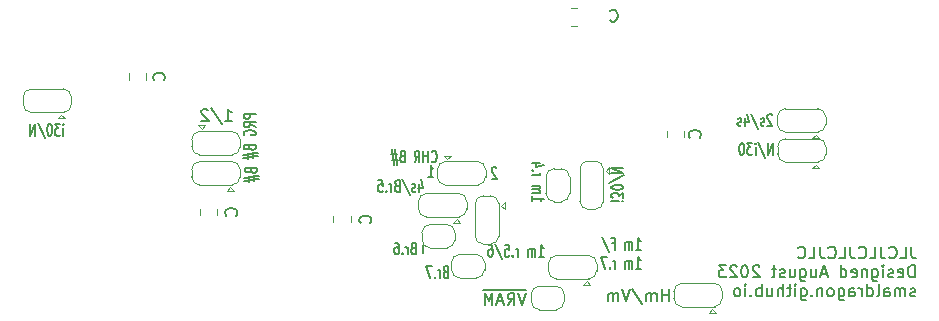
<source format=gbr>
%TF.GenerationSoftware,KiCad,Pcbnew,7.0.7*%
%TF.CreationDate,2023-09-07T16:09:01+01:00*%
%TF.ProjectId,FamiFlex,46616d69-466c-4657-982e-6b696361645f,rev?*%
%TF.SameCoordinates,Original*%
%TF.FileFunction,Legend,Bot*%
%TF.FilePolarity,Positive*%
%FSLAX46Y46*%
G04 Gerber Fmt 4.6, Leading zero omitted, Abs format (unit mm)*
G04 Created by KiCad (PCBNEW 7.0.7) date 2023-09-07 16:09:01*
%MOMM*%
%LPD*%
G01*
G04 APERTURE LIST*
%ADD10C,0.150000*%
%ADD11C,0.175000*%
%ADD12C,0.120000*%
G04 APERTURE END LIST*
D10*
X71850000Y-78373700D02*
X71850000Y-79026300D01*
D11*
X72573227Y-71278305D02*
X72606560Y-71325925D01*
X72606560Y-71325925D02*
X72706560Y-71373544D01*
X72706560Y-71373544D02*
X72773227Y-71373544D01*
X72773227Y-71373544D02*
X72873227Y-71325925D01*
X72873227Y-71325925D02*
X72939894Y-71230686D01*
X72939894Y-71230686D02*
X72973227Y-71135448D01*
X72973227Y-71135448D02*
X73006560Y-70944972D01*
X73006560Y-70944972D02*
X73006560Y-70802115D01*
X73006560Y-70802115D02*
X72973227Y-70611639D01*
X72973227Y-70611639D02*
X72939894Y-70516401D01*
X72939894Y-70516401D02*
X72873227Y-70421163D01*
X72873227Y-70421163D02*
X72773227Y-70373544D01*
X72773227Y-70373544D02*
X72706560Y-70373544D01*
X72706560Y-70373544D02*
X72606560Y-70421163D01*
X72606560Y-70421163D02*
X72573227Y-70468782D01*
X72273227Y-71373544D02*
X72273227Y-70373544D01*
X72273227Y-70849734D02*
X71873227Y-70849734D01*
X71873227Y-71373544D02*
X71873227Y-70373544D01*
X71139894Y-71373544D02*
X71373227Y-70897353D01*
X71539894Y-71373544D02*
X71539894Y-70373544D01*
X71539894Y-70373544D02*
X71273227Y-70373544D01*
X71273227Y-70373544D02*
X71206561Y-70421163D01*
X71206561Y-70421163D02*
X71173227Y-70468782D01*
X71173227Y-70468782D02*
X71139894Y-70564020D01*
X71139894Y-70564020D02*
X71139894Y-70706877D01*
X71139894Y-70706877D02*
X71173227Y-70802115D01*
X71173227Y-70802115D02*
X71206561Y-70849734D01*
X71206561Y-70849734D02*
X71273227Y-70897353D01*
X71273227Y-70897353D02*
X71539894Y-70897353D01*
X70073228Y-70849734D02*
X69973228Y-70897353D01*
X69973228Y-70897353D02*
X69939894Y-70944972D01*
X69939894Y-70944972D02*
X69906561Y-71040210D01*
X69906561Y-71040210D02*
X69906561Y-71183067D01*
X69906561Y-71183067D02*
X69939894Y-71278305D01*
X69939894Y-71278305D02*
X69973228Y-71325925D01*
X69973228Y-71325925D02*
X70039894Y-71373544D01*
X70039894Y-71373544D02*
X70306561Y-71373544D01*
X70306561Y-71373544D02*
X70306561Y-70373544D01*
X70306561Y-70373544D02*
X70073228Y-70373544D01*
X70073228Y-70373544D02*
X70006561Y-70421163D01*
X70006561Y-70421163D02*
X69973228Y-70468782D01*
X69973228Y-70468782D02*
X69939894Y-70564020D01*
X69939894Y-70564020D02*
X69939894Y-70659258D01*
X69939894Y-70659258D02*
X69973228Y-70754496D01*
X69973228Y-70754496D02*
X70006561Y-70802115D01*
X70006561Y-70802115D02*
X70073228Y-70849734D01*
X70073228Y-70849734D02*
X70306561Y-70849734D01*
X69639894Y-70706877D02*
X69139894Y-70706877D01*
X69439894Y-70278305D02*
X69639894Y-71564020D01*
X69206561Y-71135448D02*
X69706561Y-71135448D01*
X69406561Y-71564020D02*
X69206561Y-70278305D01*
D10*
X113169506Y-78509819D02*
X113169506Y-79224104D01*
X113169506Y-79224104D02*
X113217125Y-79366961D01*
X113217125Y-79366961D02*
X113312363Y-79462200D01*
X113312363Y-79462200D02*
X113455220Y-79509819D01*
X113455220Y-79509819D02*
X113550458Y-79509819D01*
X112217125Y-79509819D02*
X112693315Y-79509819D01*
X112693315Y-79509819D02*
X112693315Y-78509819D01*
X111312363Y-79414580D02*
X111359982Y-79462200D01*
X111359982Y-79462200D02*
X111502839Y-79509819D01*
X111502839Y-79509819D02*
X111598077Y-79509819D01*
X111598077Y-79509819D02*
X111740934Y-79462200D01*
X111740934Y-79462200D02*
X111836172Y-79366961D01*
X111836172Y-79366961D02*
X111883791Y-79271723D01*
X111883791Y-79271723D02*
X111931410Y-79081247D01*
X111931410Y-79081247D02*
X111931410Y-78938390D01*
X111931410Y-78938390D02*
X111883791Y-78747914D01*
X111883791Y-78747914D02*
X111836172Y-78652676D01*
X111836172Y-78652676D02*
X111740934Y-78557438D01*
X111740934Y-78557438D02*
X111598077Y-78509819D01*
X111598077Y-78509819D02*
X111502839Y-78509819D01*
X111502839Y-78509819D02*
X111359982Y-78557438D01*
X111359982Y-78557438D02*
X111312363Y-78605057D01*
X110598077Y-78509819D02*
X110598077Y-79224104D01*
X110598077Y-79224104D02*
X110645696Y-79366961D01*
X110645696Y-79366961D02*
X110740934Y-79462200D01*
X110740934Y-79462200D02*
X110883791Y-79509819D01*
X110883791Y-79509819D02*
X110979029Y-79509819D01*
X109645696Y-79509819D02*
X110121886Y-79509819D01*
X110121886Y-79509819D02*
X110121886Y-78509819D01*
X108740934Y-79414580D02*
X108788553Y-79462200D01*
X108788553Y-79462200D02*
X108931410Y-79509819D01*
X108931410Y-79509819D02*
X109026648Y-79509819D01*
X109026648Y-79509819D02*
X109169505Y-79462200D01*
X109169505Y-79462200D02*
X109264743Y-79366961D01*
X109264743Y-79366961D02*
X109312362Y-79271723D01*
X109312362Y-79271723D02*
X109359981Y-79081247D01*
X109359981Y-79081247D02*
X109359981Y-78938390D01*
X109359981Y-78938390D02*
X109312362Y-78747914D01*
X109312362Y-78747914D02*
X109264743Y-78652676D01*
X109264743Y-78652676D02*
X109169505Y-78557438D01*
X109169505Y-78557438D02*
X109026648Y-78509819D01*
X109026648Y-78509819D02*
X108931410Y-78509819D01*
X108931410Y-78509819D02*
X108788553Y-78557438D01*
X108788553Y-78557438D02*
X108740934Y-78605057D01*
X108026648Y-78509819D02*
X108026648Y-79224104D01*
X108026648Y-79224104D02*
X108074267Y-79366961D01*
X108074267Y-79366961D02*
X108169505Y-79462200D01*
X108169505Y-79462200D02*
X108312362Y-79509819D01*
X108312362Y-79509819D02*
X108407600Y-79509819D01*
X107074267Y-79509819D02*
X107550457Y-79509819D01*
X107550457Y-79509819D02*
X107550457Y-78509819D01*
X106169505Y-79414580D02*
X106217124Y-79462200D01*
X106217124Y-79462200D02*
X106359981Y-79509819D01*
X106359981Y-79509819D02*
X106455219Y-79509819D01*
X106455219Y-79509819D02*
X106598076Y-79462200D01*
X106598076Y-79462200D02*
X106693314Y-79366961D01*
X106693314Y-79366961D02*
X106740933Y-79271723D01*
X106740933Y-79271723D02*
X106788552Y-79081247D01*
X106788552Y-79081247D02*
X106788552Y-78938390D01*
X106788552Y-78938390D02*
X106740933Y-78747914D01*
X106740933Y-78747914D02*
X106693314Y-78652676D01*
X106693314Y-78652676D02*
X106598076Y-78557438D01*
X106598076Y-78557438D02*
X106455219Y-78509819D01*
X106455219Y-78509819D02*
X106359981Y-78509819D01*
X106359981Y-78509819D02*
X106217124Y-78557438D01*
X106217124Y-78557438D02*
X106169505Y-78605057D01*
X105455219Y-78509819D02*
X105455219Y-79224104D01*
X105455219Y-79224104D02*
X105502838Y-79366961D01*
X105502838Y-79366961D02*
X105598076Y-79462200D01*
X105598076Y-79462200D02*
X105740933Y-79509819D01*
X105740933Y-79509819D02*
X105836171Y-79509819D01*
X104502838Y-79509819D02*
X104979028Y-79509819D01*
X104979028Y-79509819D02*
X104979028Y-78509819D01*
X103598076Y-79414580D02*
X103645695Y-79462200D01*
X103645695Y-79462200D02*
X103788552Y-79509819D01*
X103788552Y-79509819D02*
X103883790Y-79509819D01*
X103883790Y-79509819D02*
X104026647Y-79462200D01*
X104026647Y-79462200D02*
X104121885Y-79366961D01*
X104121885Y-79366961D02*
X104169504Y-79271723D01*
X104169504Y-79271723D02*
X104217123Y-79081247D01*
X104217123Y-79081247D02*
X104217123Y-78938390D01*
X104217123Y-78938390D02*
X104169504Y-78747914D01*
X104169504Y-78747914D02*
X104121885Y-78652676D01*
X104121885Y-78652676D02*
X104026647Y-78557438D01*
X104026647Y-78557438D02*
X103883790Y-78509819D01*
X103883790Y-78509819D02*
X103788552Y-78509819D01*
X103788552Y-78509819D02*
X103645695Y-78557438D01*
X103645695Y-78557438D02*
X103598076Y-78605057D01*
X92663220Y-83119819D02*
X92663220Y-82119819D01*
X92663220Y-82596009D02*
X92091792Y-82596009D01*
X92091792Y-83119819D02*
X92091792Y-82119819D01*
X91615601Y-83119819D02*
X91615601Y-82453152D01*
X91615601Y-82548390D02*
X91567982Y-82500771D01*
X91567982Y-82500771D02*
X91472744Y-82453152D01*
X91472744Y-82453152D02*
X91329887Y-82453152D01*
X91329887Y-82453152D02*
X91234649Y-82500771D01*
X91234649Y-82500771D02*
X91187030Y-82596009D01*
X91187030Y-82596009D02*
X91187030Y-83119819D01*
X91187030Y-82596009D02*
X91139411Y-82500771D01*
X91139411Y-82500771D02*
X91044173Y-82453152D01*
X91044173Y-82453152D02*
X90901316Y-82453152D01*
X90901316Y-82453152D02*
X90806077Y-82500771D01*
X90806077Y-82500771D02*
X90758458Y-82596009D01*
X90758458Y-82596009D02*
X90758458Y-83119819D01*
X89567983Y-82072200D02*
X90425125Y-83357914D01*
X89377506Y-82119819D02*
X89044173Y-83119819D01*
X89044173Y-83119819D02*
X88710840Y-82119819D01*
X88377506Y-83119819D02*
X88377506Y-82453152D01*
X88377506Y-82548390D02*
X88329887Y-82500771D01*
X88329887Y-82500771D02*
X88234649Y-82453152D01*
X88234649Y-82453152D02*
X88091792Y-82453152D01*
X88091792Y-82453152D02*
X87996554Y-82500771D01*
X87996554Y-82500771D02*
X87948935Y-82596009D01*
X87948935Y-82596009D02*
X87948935Y-83119819D01*
X87948935Y-82596009D02*
X87901316Y-82500771D01*
X87901316Y-82500771D02*
X87806078Y-82453152D01*
X87806078Y-82453152D02*
X87663221Y-82453152D01*
X87663221Y-82453152D02*
X87567982Y-82500771D01*
X87567982Y-82500771D02*
X87520363Y-82596009D01*
X87520363Y-82596009D02*
X87520363Y-83119819D01*
X101469999Y-70734819D02*
X101469999Y-69734819D01*
X101469999Y-69734819D02*
X101069999Y-70734819D01*
X101069999Y-70734819D02*
X101069999Y-69734819D01*
X100236666Y-69687200D02*
X100836666Y-70972914D01*
X100003333Y-70734819D02*
X100003333Y-70068152D01*
X100003333Y-69734819D02*
X100036666Y-69782438D01*
X100036666Y-69782438D02*
X100003333Y-69830057D01*
X100003333Y-69830057D02*
X99970000Y-69782438D01*
X99970000Y-69782438D02*
X100003333Y-69734819D01*
X100003333Y-69734819D02*
X100003333Y-69830057D01*
X99736667Y-69734819D02*
X99303333Y-69734819D01*
X99303333Y-69734819D02*
X99536667Y-70115771D01*
X99536667Y-70115771D02*
X99436667Y-70115771D01*
X99436667Y-70115771D02*
X99370000Y-70163390D01*
X99370000Y-70163390D02*
X99336667Y-70211009D01*
X99336667Y-70211009D02*
X99303333Y-70306247D01*
X99303333Y-70306247D02*
X99303333Y-70544342D01*
X99303333Y-70544342D02*
X99336667Y-70639580D01*
X99336667Y-70639580D02*
X99370000Y-70687200D01*
X99370000Y-70687200D02*
X99436667Y-70734819D01*
X99436667Y-70734819D02*
X99636667Y-70734819D01*
X99636667Y-70734819D02*
X99703333Y-70687200D01*
X99703333Y-70687200D02*
X99736667Y-70639580D01*
X98870000Y-69734819D02*
X98803333Y-69734819D01*
X98803333Y-69734819D02*
X98736666Y-69782438D01*
X98736666Y-69782438D02*
X98703333Y-69830057D01*
X98703333Y-69830057D02*
X98670000Y-69925295D01*
X98670000Y-69925295D02*
X98636666Y-70115771D01*
X98636666Y-70115771D02*
X98636666Y-70353866D01*
X98636666Y-70353866D02*
X98670000Y-70544342D01*
X98670000Y-70544342D02*
X98703333Y-70639580D01*
X98703333Y-70639580D02*
X98736666Y-70687200D01*
X98736666Y-70687200D02*
X98803333Y-70734819D01*
X98803333Y-70734819D02*
X98870000Y-70734819D01*
X98870000Y-70734819D02*
X98936666Y-70687200D01*
X98936666Y-70687200D02*
X98970000Y-70639580D01*
X98970000Y-70639580D02*
X99003333Y-70544342D01*
X99003333Y-70544342D02*
X99036666Y-70353866D01*
X99036666Y-70353866D02*
X99036666Y-70115771D01*
X99036666Y-70115771D02*
X99003333Y-69925295D01*
X99003333Y-69925295D02*
X98970000Y-69830057D01*
X98970000Y-69830057D02*
X98936666Y-69782438D01*
X98936666Y-69782438D02*
X98870000Y-69734819D01*
X71534649Y-73203152D02*
X71534649Y-73869819D01*
X71701316Y-72822200D02*
X71867982Y-73536485D01*
X71867982Y-73536485D02*
X71434649Y-73536485D01*
X71201315Y-73822200D02*
X71134649Y-73869819D01*
X71134649Y-73869819D02*
X71001315Y-73869819D01*
X71001315Y-73869819D02*
X70934649Y-73822200D01*
X70934649Y-73822200D02*
X70901315Y-73726961D01*
X70901315Y-73726961D02*
X70901315Y-73679342D01*
X70901315Y-73679342D02*
X70934649Y-73584104D01*
X70934649Y-73584104D02*
X71001315Y-73536485D01*
X71001315Y-73536485D02*
X71101315Y-73536485D01*
X71101315Y-73536485D02*
X71167982Y-73488866D01*
X71167982Y-73488866D02*
X71201315Y-73393628D01*
X71201315Y-73393628D02*
X71201315Y-73346009D01*
X71201315Y-73346009D02*
X71167982Y-73250771D01*
X71167982Y-73250771D02*
X71101315Y-73203152D01*
X71101315Y-73203152D02*
X71001315Y-73203152D01*
X71001315Y-73203152D02*
X70934649Y-73250771D01*
X70101315Y-72822200D02*
X70701315Y-74107914D01*
X69634649Y-73346009D02*
X69534649Y-73393628D01*
X69534649Y-73393628D02*
X69501315Y-73441247D01*
X69501315Y-73441247D02*
X69467982Y-73536485D01*
X69467982Y-73536485D02*
X69467982Y-73679342D01*
X69467982Y-73679342D02*
X69501315Y-73774580D01*
X69501315Y-73774580D02*
X69534649Y-73822200D01*
X69534649Y-73822200D02*
X69601315Y-73869819D01*
X69601315Y-73869819D02*
X69867982Y-73869819D01*
X69867982Y-73869819D02*
X69867982Y-72869819D01*
X69867982Y-72869819D02*
X69634649Y-72869819D01*
X69634649Y-72869819D02*
X69567982Y-72917438D01*
X69567982Y-72917438D02*
X69534649Y-72965057D01*
X69534649Y-72965057D02*
X69501315Y-73060295D01*
X69501315Y-73060295D02*
X69501315Y-73155533D01*
X69501315Y-73155533D02*
X69534649Y-73250771D01*
X69534649Y-73250771D02*
X69567982Y-73298390D01*
X69567982Y-73298390D02*
X69634649Y-73346009D01*
X69634649Y-73346009D02*
X69867982Y-73346009D01*
X69167982Y-73869819D02*
X69167982Y-73203152D01*
X69167982Y-73393628D02*
X69134649Y-73298390D01*
X69134649Y-73298390D02*
X69101315Y-73250771D01*
X69101315Y-73250771D02*
X69034649Y-73203152D01*
X69034649Y-73203152D02*
X68967982Y-73203152D01*
X68734649Y-73774580D02*
X68701316Y-73822200D01*
X68701316Y-73822200D02*
X68734649Y-73869819D01*
X68734649Y-73869819D02*
X68767982Y-73822200D01*
X68767982Y-73822200D02*
X68734649Y-73774580D01*
X68734649Y-73774580D02*
X68734649Y-73869819D01*
X68067983Y-72869819D02*
X68401316Y-72869819D01*
X68401316Y-72869819D02*
X68434649Y-73346009D01*
X68434649Y-73346009D02*
X68401316Y-73298390D01*
X68401316Y-73298390D02*
X68334649Y-73250771D01*
X68334649Y-73250771D02*
X68167983Y-73250771D01*
X68167983Y-73250771D02*
X68101316Y-73298390D01*
X68101316Y-73298390D02*
X68067983Y-73346009D01*
X68067983Y-73346009D02*
X68034649Y-73441247D01*
X68034649Y-73441247D02*
X68034649Y-73679342D01*
X68034649Y-73679342D02*
X68067983Y-73774580D01*
X68067983Y-73774580D02*
X68101316Y-73822200D01*
X68101316Y-73822200D02*
X68167983Y-73869819D01*
X68167983Y-73869819D02*
X68334649Y-73869819D01*
X68334649Y-73869819D02*
X68401316Y-73822200D01*
X68401316Y-73822200D02*
X68434649Y-73774580D01*
X71001316Y-78646009D02*
X70901316Y-78693628D01*
X70901316Y-78693628D02*
X70867982Y-78741247D01*
X70867982Y-78741247D02*
X70834649Y-78836485D01*
X70834649Y-78836485D02*
X70834649Y-78979342D01*
X70834649Y-78979342D02*
X70867982Y-79074580D01*
X70867982Y-79074580D02*
X70901316Y-79122200D01*
X70901316Y-79122200D02*
X70967982Y-79169819D01*
X70967982Y-79169819D02*
X71234649Y-79169819D01*
X71234649Y-79169819D02*
X71234649Y-78169819D01*
X71234649Y-78169819D02*
X71001316Y-78169819D01*
X71001316Y-78169819D02*
X70934649Y-78217438D01*
X70934649Y-78217438D02*
X70901316Y-78265057D01*
X70901316Y-78265057D02*
X70867982Y-78360295D01*
X70867982Y-78360295D02*
X70867982Y-78455533D01*
X70867982Y-78455533D02*
X70901316Y-78550771D01*
X70901316Y-78550771D02*
X70934649Y-78598390D01*
X70934649Y-78598390D02*
X71001316Y-78646009D01*
X71001316Y-78646009D02*
X71234649Y-78646009D01*
X70534649Y-79169819D02*
X70534649Y-78503152D01*
X70534649Y-78693628D02*
X70501316Y-78598390D01*
X70501316Y-78598390D02*
X70467982Y-78550771D01*
X70467982Y-78550771D02*
X70401316Y-78503152D01*
X70401316Y-78503152D02*
X70334649Y-78503152D01*
X70101316Y-79074580D02*
X70067983Y-79122200D01*
X70067983Y-79122200D02*
X70101316Y-79169819D01*
X70101316Y-79169819D02*
X70134649Y-79122200D01*
X70134649Y-79122200D02*
X70101316Y-79074580D01*
X70101316Y-79074580D02*
X70101316Y-79169819D01*
X69467983Y-78169819D02*
X69601316Y-78169819D01*
X69601316Y-78169819D02*
X69667983Y-78217438D01*
X69667983Y-78217438D02*
X69701316Y-78265057D01*
X69701316Y-78265057D02*
X69767983Y-78407914D01*
X69767983Y-78407914D02*
X69801316Y-78598390D01*
X69801316Y-78598390D02*
X69801316Y-78979342D01*
X69801316Y-78979342D02*
X69767983Y-79074580D01*
X69767983Y-79074580D02*
X69734650Y-79122200D01*
X69734650Y-79122200D02*
X69667983Y-79169819D01*
X69667983Y-79169819D02*
X69534650Y-79169819D01*
X69534650Y-79169819D02*
X69467983Y-79122200D01*
X69467983Y-79122200D02*
X69434650Y-79074580D01*
X69434650Y-79074580D02*
X69401316Y-78979342D01*
X69401316Y-78979342D02*
X69401316Y-78741247D01*
X69401316Y-78741247D02*
X69434650Y-78646009D01*
X69434650Y-78646009D02*
X69467983Y-78598390D01*
X69467983Y-78598390D02*
X69534650Y-78550771D01*
X69534650Y-78550771D02*
X69667983Y-78550771D01*
X69667983Y-78550771D02*
X69734650Y-78598390D01*
X69734650Y-78598390D02*
X69767983Y-78646009D01*
X69767983Y-78646009D02*
X69801316Y-78741247D01*
X101397982Y-67395057D02*
X101364649Y-67347438D01*
X101364649Y-67347438D02*
X101297982Y-67299819D01*
X101297982Y-67299819D02*
X101131316Y-67299819D01*
X101131316Y-67299819D02*
X101064649Y-67347438D01*
X101064649Y-67347438D02*
X101031316Y-67395057D01*
X101031316Y-67395057D02*
X100997982Y-67490295D01*
X100997982Y-67490295D02*
X100997982Y-67585533D01*
X100997982Y-67585533D02*
X101031316Y-67728390D01*
X101031316Y-67728390D02*
X101431316Y-68299819D01*
X101431316Y-68299819D02*
X100997982Y-68299819D01*
X100731315Y-68252200D02*
X100664649Y-68299819D01*
X100664649Y-68299819D02*
X100531315Y-68299819D01*
X100531315Y-68299819D02*
X100464649Y-68252200D01*
X100464649Y-68252200D02*
X100431315Y-68156961D01*
X100431315Y-68156961D02*
X100431315Y-68109342D01*
X100431315Y-68109342D02*
X100464649Y-68014104D01*
X100464649Y-68014104D02*
X100531315Y-67966485D01*
X100531315Y-67966485D02*
X100631315Y-67966485D01*
X100631315Y-67966485D02*
X100697982Y-67918866D01*
X100697982Y-67918866D02*
X100731315Y-67823628D01*
X100731315Y-67823628D02*
X100731315Y-67776009D01*
X100731315Y-67776009D02*
X100697982Y-67680771D01*
X100697982Y-67680771D02*
X100631315Y-67633152D01*
X100631315Y-67633152D02*
X100531315Y-67633152D01*
X100531315Y-67633152D02*
X100464649Y-67680771D01*
X99631315Y-67252200D02*
X100231315Y-68537914D01*
X99097982Y-67633152D02*
X99097982Y-68299819D01*
X99264649Y-67252200D02*
X99431315Y-67966485D01*
X99431315Y-67966485D02*
X98997982Y-67966485D01*
X98764648Y-68252200D02*
X98697982Y-68299819D01*
X98697982Y-68299819D02*
X98564648Y-68299819D01*
X98564648Y-68299819D02*
X98497982Y-68252200D01*
X98497982Y-68252200D02*
X98464648Y-68156961D01*
X98464648Y-68156961D02*
X98464648Y-68109342D01*
X98464648Y-68109342D02*
X98497982Y-68014104D01*
X98497982Y-68014104D02*
X98564648Y-67966485D01*
X98564648Y-67966485D02*
X98664648Y-67966485D01*
X98664648Y-67966485D02*
X98731315Y-67918866D01*
X98731315Y-67918866D02*
X98764648Y-67823628D01*
X98764648Y-67823628D02*
X98764648Y-67776009D01*
X98764648Y-67776009D02*
X98731315Y-67680771D01*
X98731315Y-67680771D02*
X98664648Y-67633152D01*
X98664648Y-67633152D02*
X98564648Y-67633152D01*
X98564648Y-67633152D02*
X98497982Y-67680771D01*
D11*
X57256709Y-72092331D02*
X57304328Y-72192331D01*
X57304328Y-72192331D02*
X57351947Y-72225664D01*
X57351947Y-72225664D02*
X57447185Y-72258997D01*
X57447185Y-72258997D02*
X57590042Y-72258997D01*
X57590042Y-72258997D02*
X57685280Y-72225664D01*
X57685280Y-72225664D02*
X57732900Y-72192331D01*
X57732900Y-72192331D02*
X57780519Y-72125664D01*
X57780519Y-72125664D02*
X57780519Y-71858997D01*
X57780519Y-71858997D02*
X56780519Y-71858997D01*
X56780519Y-71858997D02*
X56780519Y-72092331D01*
X56780519Y-72092331D02*
X56828138Y-72158997D01*
X56828138Y-72158997D02*
X56875757Y-72192331D01*
X56875757Y-72192331D02*
X56970995Y-72225664D01*
X56970995Y-72225664D02*
X57066233Y-72225664D01*
X57066233Y-72225664D02*
X57161471Y-72192331D01*
X57161471Y-72192331D02*
X57209090Y-72158997D01*
X57209090Y-72158997D02*
X57256709Y-72092331D01*
X57256709Y-72092331D02*
X57256709Y-71858997D01*
X57113852Y-72525664D02*
X57113852Y-73025664D01*
X56685280Y-72725664D02*
X57970995Y-72525664D01*
X57542423Y-72958997D02*
X57542423Y-72458997D01*
X57970995Y-72758997D02*
X56685280Y-72958997D01*
D10*
X80578077Y-82435819D02*
X80244744Y-83435819D01*
X80244744Y-83435819D02*
X79911411Y-82435819D01*
X79006649Y-83435819D02*
X79339982Y-82959628D01*
X79578077Y-83435819D02*
X79578077Y-82435819D01*
X79578077Y-82435819D02*
X79197125Y-82435819D01*
X79197125Y-82435819D02*
X79101887Y-82483438D01*
X79101887Y-82483438D02*
X79054268Y-82531057D01*
X79054268Y-82531057D02*
X79006649Y-82626295D01*
X79006649Y-82626295D02*
X79006649Y-82769152D01*
X79006649Y-82769152D02*
X79054268Y-82864390D01*
X79054268Y-82864390D02*
X79101887Y-82912009D01*
X79101887Y-82912009D02*
X79197125Y-82959628D01*
X79197125Y-82959628D02*
X79578077Y-82959628D01*
X78625696Y-83150104D02*
X78149506Y-83150104D01*
X78720934Y-83435819D02*
X78387601Y-82435819D01*
X78387601Y-82435819D02*
X78054268Y-83435819D01*
X77720934Y-83435819D02*
X77720934Y-82435819D01*
X77720934Y-82435819D02*
X77387601Y-83150104D01*
X77387601Y-83150104D02*
X77054268Y-82435819D01*
X77054268Y-82435819D02*
X77054268Y-83435819D01*
X80573316Y-82158200D02*
X76916173Y-82158200D01*
X72279999Y-72614819D02*
X72679999Y-72614819D01*
X72479999Y-72614819D02*
X72479999Y-71614819D01*
X72479999Y-71614819D02*
X72546666Y-71757676D01*
X72546666Y-71757676D02*
X72613333Y-71852914D01*
X72613333Y-71852914D02*
X72679999Y-71900533D01*
X113455220Y-81099819D02*
X113455220Y-80099819D01*
X113455220Y-80099819D02*
X113217125Y-80099819D01*
X113217125Y-80099819D02*
X113074268Y-80147438D01*
X113074268Y-80147438D02*
X112979030Y-80242676D01*
X112979030Y-80242676D02*
X112931411Y-80337914D01*
X112931411Y-80337914D02*
X112883792Y-80528390D01*
X112883792Y-80528390D02*
X112883792Y-80671247D01*
X112883792Y-80671247D02*
X112931411Y-80861723D01*
X112931411Y-80861723D02*
X112979030Y-80956961D01*
X112979030Y-80956961D02*
X113074268Y-81052200D01*
X113074268Y-81052200D02*
X113217125Y-81099819D01*
X113217125Y-81099819D02*
X113455220Y-81099819D01*
X112074268Y-81052200D02*
X112169506Y-81099819D01*
X112169506Y-81099819D02*
X112359982Y-81099819D01*
X112359982Y-81099819D02*
X112455220Y-81052200D01*
X112455220Y-81052200D02*
X112502839Y-80956961D01*
X112502839Y-80956961D02*
X112502839Y-80576009D01*
X112502839Y-80576009D02*
X112455220Y-80480771D01*
X112455220Y-80480771D02*
X112359982Y-80433152D01*
X112359982Y-80433152D02*
X112169506Y-80433152D01*
X112169506Y-80433152D02*
X112074268Y-80480771D01*
X112074268Y-80480771D02*
X112026649Y-80576009D01*
X112026649Y-80576009D02*
X112026649Y-80671247D01*
X112026649Y-80671247D02*
X112502839Y-80766485D01*
X111645696Y-81052200D02*
X111550458Y-81099819D01*
X111550458Y-81099819D02*
X111359982Y-81099819D01*
X111359982Y-81099819D02*
X111264744Y-81052200D01*
X111264744Y-81052200D02*
X111217125Y-80956961D01*
X111217125Y-80956961D02*
X111217125Y-80909342D01*
X111217125Y-80909342D02*
X111264744Y-80814104D01*
X111264744Y-80814104D02*
X111359982Y-80766485D01*
X111359982Y-80766485D02*
X111502839Y-80766485D01*
X111502839Y-80766485D02*
X111598077Y-80718866D01*
X111598077Y-80718866D02*
X111645696Y-80623628D01*
X111645696Y-80623628D02*
X111645696Y-80576009D01*
X111645696Y-80576009D02*
X111598077Y-80480771D01*
X111598077Y-80480771D02*
X111502839Y-80433152D01*
X111502839Y-80433152D02*
X111359982Y-80433152D01*
X111359982Y-80433152D02*
X111264744Y-80480771D01*
X110788553Y-81099819D02*
X110788553Y-80433152D01*
X110788553Y-80099819D02*
X110836172Y-80147438D01*
X110836172Y-80147438D02*
X110788553Y-80195057D01*
X110788553Y-80195057D02*
X110740934Y-80147438D01*
X110740934Y-80147438D02*
X110788553Y-80099819D01*
X110788553Y-80099819D02*
X110788553Y-80195057D01*
X109883792Y-80433152D02*
X109883792Y-81242676D01*
X109883792Y-81242676D02*
X109931411Y-81337914D01*
X109931411Y-81337914D02*
X109979030Y-81385533D01*
X109979030Y-81385533D02*
X110074268Y-81433152D01*
X110074268Y-81433152D02*
X110217125Y-81433152D01*
X110217125Y-81433152D02*
X110312363Y-81385533D01*
X109883792Y-81052200D02*
X109979030Y-81099819D01*
X109979030Y-81099819D02*
X110169506Y-81099819D01*
X110169506Y-81099819D02*
X110264744Y-81052200D01*
X110264744Y-81052200D02*
X110312363Y-81004580D01*
X110312363Y-81004580D02*
X110359982Y-80909342D01*
X110359982Y-80909342D02*
X110359982Y-80623628D01*
X110359982Y-80623628D02*
X110312363Y-80528390D01*
X110312363Y-80528390D02*
X110264744Y-80480771D01*
X110264744Y-80480771D02*
X110169506Y-80433152D01*
X110169506Y-80433152D02*
X109979030Y-80433152D01*
X109979030Y-80433152D02*
X109883792Y-80480771D01*
X109407601Y-80433152D02*
X109407601Y-81099819D01*
X109407601Y-80528390D02*
X109359982Y-80480771D01*
X109359982Y-80480771D02*
X109264744Y-80433152D01*
X109264744Y-80433152D02*
X109121887Y-80433152D01*
X109121887Y-80433152D02*
X109026649Y-80480771D01*
X109026649Y-80480771D02*
X108979030Y-80576009D01*
X108979030Y-80576009D02*
X108979030Y-81099819D01*
X108121887Y-81052200D02*
X108217125Y-81099819D01*
X108217125Y-81099819D02*
X108407601Y-81099819D01*
X108407601Y-81099819D02*
X108502839Y-81052200D01*
X108502839Y-81052200D02*
X108550458Y-80956961D01*
X108550458Y-80956961D02*
X108550458Y-80576009D01*
X108550458Y-80576009D02*
X108502839Y-80480771D01*
X108502839Y-80480771D02*
X108407601Y-80433152D01*
X108407601Y-80433152D02*
X108217125Y-80433152D01*
X108217125Y-80433152D02*
X108121887Y-80480771D01*
X108121887Y-80480771D02*
X108074268Y-80576009D01*
X108074268Y-80576009D02*
X108074268Y-80671247D01*
X108074268Y-80671247D02*
X108550458Y-80766485D01*
X107217125Y-81099819D02*
X107217125Y-80099819D01*
X107217125Y-81052200D02*
X107312363Y-81099819D01*
X107312363Y-81099819D02*
X107502839Y-81099819D01*
X107502839Y-81099819D02*
X107598077Y-81052200D01*
X107598077Y-81052200D02*
X107645696Y-81004580D01*
X107645696Y-81004580D02*
X107693315Y-80909342D01*
X107693315Y-80909342D02*
X107693315Y-80623628D01*
X107693315Y-80623628D02*
X107645696Y-80528390D01*
X107645696Y-80528390D02*
X107598077Y-80480771D01*
X107598077Y-80480771D02*
X107502839Y-80433152D01*
X107502839Y-80433152D02*
X107312363Y-80433152D01*
X107312363Y-80433152D02*
X107217125Y-80480771D01*
X106026648Y-80814104D02*
X105550458Y-80814104D01*
X106121886Y-81099819D02*
X105788553Y-80099819D01*
X105788553Y-80099819D02*
X105455220Y-81099819D01*
X104693315Y-80433152D02*
X104693315Y-81099819D01*
X105121886Y-80433152D02*
X105121886Y-80956961D01*
X105121886Y-80956961D02*
X105074267Y-81052200D01*
X105074267Y-81052200D02*
X104979029Y-81099819D01*
X104979029Y-81099819D02*
X104836172Y-81099819D01*
X104836172Y-81099819D02*
X104740934Y-81052200D01*
X104740934Y-81052200D02*
X104693315Y-81004580D01*
X103788553Y-80433152D02*
X103788553Y-81242676D01*
X103788553Y-81242676D02*
X103836172Y-81337914D01*
X103836172Y-81337914D02*
X103883791Y-81385533D01*
X103883791Y-81385533D02*
X103979029Y-81433152D01*
X103979029Y-81433152D02*
X104121886Y-81433152D01*
X104121886Y-81433152D02*
X104217124Y-81385533D01*
X103788553Y-81052200D02*
X103883791Y-81099819D01*
X103883791Y-81099819D02*
X104074267Y-81099819D01*
X104074267Y-81099819D02*
X104169505Y-81052200D01*
X104169505Y-81052200D02*
X104217124Y-81004580D01*
X104217124Y-81004580D02*
X104264743Y-80909342D01*
X104264743Y-80909342D02*
X104264743Y-80623628D01*
X104264743Y-80623628D02*
X104217124Y-80528390D01*
X104217124Y-80528390D02*
X104169505Y-80480771D01*
X104169505Y-80480771D02*
X104074267Y-80433152D01*
X104074267Y-80433152D02*
X103883791Y-80433152D01*
X103883791Y-80433152D02*
X103788553Y-80480771D01*
X102883791Y-80433152D02*
X102883791Y-81099819D01*
X103312362Y-80433152D02*
X103312362Y-80956961D01*
X103312362Y-80956961D02*
X103264743Y-81052200D01*
X103264743Y-81052200D02*
X103169505Y-81099819D01*
X103169505Y-81099819D02*
X103026648Y-81099819D01*
X103026648Y-81099819D02*
X102931410Y-81052200D01*
X102931410Y-81052200D02*
X102883791Y-81004580D01*
X102455219Y-81052200D02*
X102359981Y-81099819D01*
X102359981Y-81099819D02*
X102169505Y-81099819D01*
X102169505Y-81099819D02*
X102074267Y-81052200D01*
X102074267Y-81052200D02*
X102026648Y-80956961D01*
X102026648Y-80956961D02*
X102026648Y-80909342D01*
X102026648Y-80909342D02*
X102074267Y-80814104D01*
X102074267Y-80814104D02*
X102169505Y-80766485D01*
X102169505Y-80766485D02*
X102312362Y-80766485D01*
X102312362Y-80766485D02*
X102407600Y-80718866D01*
X102407600Y-80718866D02*
X102455219Y-80623628D01*
X102455219Y-80623628D02*
X102455219Y-80576009D01*
X102455219Y-80576009D02*
X102407600Y-80480771D01*
X102407600Y-80480771D02*
X102312362Y-80433152D01*
X102312362Y-80433152D02*
X102169505Y-80433152D01*
X102169505Y-80433152D02*
X102074267Y-80480771D01*
X101740933Y-80433152D02*
X101359981Y-80433152D01*
X101598076Y-80099819D02*
X101598076Y-80956961D01*
X101598076Y-80956961D02*
X101550457Y-81052200D01*
X101550457Y-81052200D02*
X101455219Y-81099819D01*
X101455219Y-81099819D02*
X101359981Y-81099819D01*
X100312361Y-80195057D02*
X100264742Y-80147438D01*
X100264742Y-80147438D02*
X100169504Y-80099819D01*
X100169504Y-80099819D02*
X99931409Y-80099819D01*
X99931409Y-80099819D02*
X99836171Y-80147438D01*
X99836171Y-80147438D02*
X99788552Y-80195057D01*
X99788552Y-80195057D02*
X99740933Y-80290295D01*
X99740933Y-80290295D02*
X99740933Y-80385533D01*
X99740933Y-80385533D02*
X99788552Y-80528390D01*
X99788552Y-80528390D02*
X100359980Y-81099819D01*
X100359980Y-81099819D02*
X99740933Y-81099819D01*
X99121885Y-80099819D02*
X99026647Y-80099819D01*
X99026647Y-80099819D02*
X98931409Y-80147438D01*
X98931409Y-80147438D02*
X98883790Y-80195057D01*
X98883790Y-80195057D02*
X98836171Y-80290295D01*
X98836171Y-80290295D02*
X98788552Y-80480771D01*
X98788552Y-80480771D02*
X98788552Y-80718866D01*
X98788552Y-80718866D02*
X98836171Y-80909342D01*
X98836171Y-80909342D02*
X98883790Y-81004580D01*
X98883790Y-81004580D02*
X98931409Y-81052200D01*
X98931409Y-81052200D02*
X99026647Y-81099819D01*
X99026647Y-81099819D02*
X99121885Y-81099819D01*
X99121885Y-81099819D02*
X99217123Y-81052200D01*
X99217123Y-81052200D02*
X99264742Y-81004580D01*
X99264742Y-81004580D02*
X99312361Y-80909342D01*
X99312361Y-80909342D02*
X99359980Y-80718866D01*
X99359980Y-80718866D02*
X99359980Y-80480771D01*
X99359980Y-80480771D02*
X99312361Y-80290295D01*
X99312361Y-80290295D02*
X99264742Y-80195057D01*
X99264742Y-80195057D02*
X99217123Y-80147438D01*
X99217123Y-80147438D02*
X99121885Y-80099819D01*
X98407599Y-80195057D02*
X98359980Y-80147438D01*
X98359980Y-80147438D02*
X98264742Y-80099819D01*
X98264742Y-80099819D02*
X98026647Y-80099819D01*
X98026647Y-80099819D02*
X97931409Y-80147438D01*
X97931409Y-80147438D02*
X97883790Y-80195057D01*
X97883790Y-80195057D02*
X97836171Y-80290295D01*
X97836171Y-80290295D02*
X97836171Y-80385533D01*
X97836171Y-80385533D02*
X97883790Y-80528390D01*
X97883790Y-80528390D02*
X98455218Y-81099819D01*
X98455218Y-81099819D02*
X97836171Y-81099819D01*
X97502837Y-80099819D02*
X96883790Y-80099819D01*
X96883790Y-80099819D02*
X97217123Y-80480771D01*
X97217123Y-80480771D02*
X97074266Y-80480771D01*
X97074266Y-80480771D02*
X96979028Y-80528390D01*
X96979028Y-80528390D02*
X96931409Y-80576009D01*
X96931409Y-80576009D02*
X96883790Y-80671247D01*
X96883790Y-80671247D02*
X96883790Y-80909342D01*
X96883790Y-80909342D02*
X96931409Y-81004580D01*
X96931409Y-81004580D02*
X96979028Y-81052200D01*
X96979028Y-81052200D02*
X97074266Y-81099819D01*
X97074266Y-81099819D02*
X97359980Y-81099819D01*
X97359980Y-81099819D02*
X97455218Y-81052200D01*
X97455218Y-81052200D02*
X97502837Y-81004580D01*
X113502839Y-82662200D02*
X113407601Y-82709819D01*
X113407601Y-82709819D02*
X113217125Y-82709819D01*
X113217125Y-82709819D02*
X113121887Y-82662200D01*
X113121887Y-82662200D02*
X113074268Y-82566961D01*
X113074268Y-82566961D02*
X113074268Y-82519342D01*
X113074268Y-82519342D02*
X113121887Y-82424104D01*
X113121887Y-82424104D02*
X113217125Y-82376485D01*
X113217125Y-82376485D02*
X113359982Y-82376485D01*
X113359982Y-82376485D02*
X113455220Y-82328866D01*
X113455220Y-82328866D02*
X113502839Y-82233628D01*
X113502839Y-82233628D02*
X113502839Y-82186009D01*
X113502839Y-82186009D02*
X113455220Y-82090771D01*
X113455220Y-82090771D02*
X113359982Y-82043152D01*
X113359982Y-82043152D02*
X113217125Y-82043152D01*
X113217125Y-82043152D02*
X113121887Y-82090771D01*
X112645696Y-82709819D02*
X112645696Y-82043152D01*
X112645696Y-82138390D02*
X112598077Y-82090771D01*
X112598077Y-82090771D02*
X112502839Y-82043152D01*
X112502839Y-82043152D02*
X112359982Y-82043152D01*
X112359982Y-82043152D02*
X112264744Y-82090771D01*
X112264744Y-82090771D02*
X112217125Y-82186009D01*
X112217125Y-82186009D02*
X112217125Y-82709819D01*
X112217125Y-82186009D02*
X112169506Y-82090771D01*
X112169506Y-82090771D02*
X112074268Y-82043152D01*
X112074268Y-82043152D02*
X111931411Y-82043152D01*
X111931411Y-82043152D02*
X111836172Y-82090771D01*
X111836172Y-82090771D02*
X111788553Y-82186009D01*
X111788553Y-82186009D02*
X111788553Y-82709819D01*
X110883792Y-82709819D02*
X110883792Y-82186009D01*
X110883792Y-82186009D02*
X110931411Y-82090771D01*
X110931411Y-82090771D02*
X111026649Y-82043152D01*
X111026649Y-82043152D02*
X111217125Y-82043152D01*
X111217125Y-82043152D02*
X111312363Y-82090771D01*
X110883792Y-82662200D02*
X110979030Y-82709819D01*
X110979030Y-82709819D02*
X111217125Y-82709819D01*
X111217125Y-82709819D02*
X111312363Y-82662200D01*
X111312363Y-82662200D02*
X111359982Y-82566961D01*
X111359982Y-82566961D02*
X111359982Y-82471723D01*
X111359982Y-82471723D02*
X111312363Y-82376485D01*
X111312363Y-82376485D02*
X111217125Y-82328866D01*
X111217125Y-82328866D02*
X110979030Y-82328866D01*
X110979030Y-82328866D02*
X110883792Y-82281247D01*
X110264744Y-82709819D02*
X110359982Y-82662200D01*
X110359982Y-82662200D02*
X110407601Y-82566961D01*
X110407601Y-82566961D02*
X110407601Y-81709819D01*
X109455220Y-82709819D02*
X109455220Y-81709819D01*
X109455220Y-82662200D02*
X109550458Y-82709819D01*
X109550458Y-82709819D02*
X109740934Y-82709819D01*
X109740934Y-82709819D02*
X109836172Y-82662200D01*
X109836172Y-82662200D02*
X109883791Y-82614580D01*
X109883791Y-82614580D02*
X109931410Y-82519342D01*
X109931410Y-82519342D02*
X109931410Y-82233628D01*
X109931410Y-82233628D02*
X109883791Y-82138390D01*
X109883791Y-82138390D02*
X109836172Y-82090771D01*
X109836172Y-82090771D02*
X109740934Y-82043152D01*
X109740934Y-82043152D02*
X109550458Y-82043152D01*
X109550458Y-82043152D02*
X109455220Y-82090771D01*
X108979029Y-82709819D02*
X108979029Y-82043152D01*
X108979029Y-82233628D02*
X108931410Y-82138390D01*
X108931410Y-82138390D02*
X108883791Y-82090771D01*
X108883791Y-82090771D02*
X108788553Y-82043152D01*
X108788553Y-82043152D02*
X108693315Y-82043152D01*
X107931410Y-82709819D02*
X107931410Y-82186009D01*
X107931410Y-82186009D02*
X107979029Y-82090771D01*
X107979029Y-82090771D02*
X108074267Y-82043152D01*
X108074267Y-82043152D02*
X108264743Y-82043152D01*
X108264743Y-82043152D02*
X108359981Y-82090771D01*
X107931410Y-82662200D02*
X108026648Y-82709819D01*
X108026648Y-82709819D02*
X108264743Y-82709819D01*
X108264743Y-82709819D02*
X108359981Y-82662200D01*
X108359981Y-82662200D02*
X108407600Y-82566961D01*
X108407600Y-82566961D02*
X108407600Y-82471723D01*
X108407600Y-82471723D02*
X108359981Y-82376485D01*
X108359981Y-82376485D02*
X108264743Y-82328866D01*
X108264743Y-82328866D02*
X108026648Y-82328866D01*
X108026648Y-82328866D02*
X107931410Y-82281247D01*
X107026648Y-82043152D02*
X107026648Y-82852676D01*
X107026648Y-82852676D02*
X107074267Y-82947914D01*
X107074267Y-82947914D02*
X107121886Y-82995533D01*
X107121886Y-82995533D02*
X107217124Y-83043152D01*
X107217124Y-83043152D02*
X107359981Y-83043152D01*
X107359981Y-83043152D02*
X107455219Y-82995533D01*
X107026648Y-82662200D02*
X107121886Y-82709819D01*
X107121886Y-82709819D02*
X107312362Y-82709819D01*
X107312362Y-82709819D02*
X107407600Y-82662200D01*
X107407600Y-82662200D02*
X107455219Y-82614580D01*
X107455219Y-82614580D02*
X107502838Y-82519342D01*
X107502838Y-82519342D02*
X107502838Y-82233628D01*
X107502838Y-82233628D02*
X107455219Y-82138390D01*
X107455219Y-82138390D02*
X107407600Y-82090771D01*
X107407600Y-82090771D02*
X107312362Y-82043152D01*
X107312362Y-82043152D02*
X107121886Y-82043152D01*
X107121886Y-82043152D02*
X107026648Y-82090771D01*
X106407600Y-82709819D02*
X106502838Y-82662200D01*
X106502838Y-82662200D02*
X106550457Y-82614580D01*
X106550457Y-82614580D02*
X106598076Y-82519342D01*
X106598076Y-82519342D02*
X106598076Y-82233628D01*
X106598076Y-82233628D02*
X106550457Y-82138390D01*
X106550457Y-82138390D02*
X106502838Y-82090771D01*
X106502838Y-82090771D02*
X106407600Y-82043152D01*
X106407600Y-82043152D02*
X106264743Y-82043152D01*
X106264743Y-82043152D02*
X106169505Y-82090771D01*
X106169505Y-82090771D02*
X106121886Y-82138390D01*
X106121886Y-82138390D02*
X106074267Y-82233628D01*
X106074267Y-82233628D02*
X106074267Y-82519342D01*
X106074267Y-82519342D02*
X106121886Y-82614580D01*
X106121886Y-82614580D02*
X106169505Y-82662200D01*
X106169505Y-82662200D02*
X106264743Y-82709819D01*
X106264743Y-82709819D02*
X106407600Y-82709819D01*
X105645695Y-82043152D02*
X105645695Y-82709819D01*
X105645695Y-82138390D02*
X105598076Y-82090771D01*
X105598076Y-82090771D02*
X105502838Y-82043152D01*
X105502838Y-82043152D02*
X105359981Y-82043152D01*
X105359981Y-82043152D02*
X105264743Y-82090771D01*
X105264743Y-82090771D02*
X105217124Y-82186009D01*
X105217124Y-82186009D02*
X105217124Y-82709819D01*
X104740933Y-82614580D02*
X104693314Y-82662200D01*
X104693314Y-82662200D02*
X104740933Y-82709819D01*
X104740933Y-82709819D02*
X104788552Y-82662200D01*
X104788552Y-82662200D02*
X104740933Y-82614580D01*
X104740933Y-82614580D02*
X104740933Y-82709819D01*
X103836172Y-82043152D02*
X103836172Y-82852676D01*
X103836172Y-82852676D02*
X103883791Y-82947914D01*
X103883791Y-82947914D02*
X103931410Y-82995533D01*
X103931410Y-82995533D02*
X104026648Y-83043152D01*
X104026648Y-83043152D02*
X104169505Y-83043152D01*
X104169505Y-83043152D02*
X104264743Y-82995533D01*
X103836172Y-82662200D02*
X103931410Y-82709819D01*
X103931410Y-82709819D02*
X104121886Y-82709819D01*
X104121886Y-82709819D02*
X104217124Y-82662200D01*
X104217124Y-82662200D02*
X104264743Y-82614580D01*
X104264743Y-82614580D02*
X104312362Y-82519342D01*
X104312362Y-82519342D02*
X104312362Y-82233628D01*
X104312362Y-82233628D02*
X104264743Y-82138390D01*
X104264743Y-82138390D02*
X104217124Y-82090771D01*
X104217124Y-82090771D02*
X104121886Y-82043152D01*
X104121886Y-82043152D02*
X103931410Y-82043152D01*
X103931410Y-82043152D02*
X103836172Y-82090771D01*
X103359981Y-82709819D02*
X103359981Y-82043152D01*
X103359981Y-81709819D02*
X103407600Y-81757438D01*
X103407600Y-81757438D02*
X103359981Y-81805057D01*
X103359981Y-81805057D02*
X103312362Y-81757438D01*
X103312362Y-81757438D02*
X103359981Y-81709819D01*
X103359981Y-81709819D02*
X103359981Y-81805057D01*
X103026648Y-82043152D02*
X102645696Y-82043152D01*
X102883791Y-81709819D02*
X102883791Y-82566961D01*
X102883791Y-82566961D02*
X102836172Y-82662200D01*
X102836172Y-82662200D02*
X102740934Y-82709819D01*
X102740934Y-82709819D02*
X102645696Y-82709819D01*
X102312362Y-82709819D02*
X102312362Y-81709819D01*
X101883791Y-82709819D02*
X101883791Y-82186009D01*
X101883791Y-82186009D02*
X101931410Y-82090771D01*
X101931410Y-82090771D02*
X102026648Y-82043152D01*
X102026648Y-82043152D02*
X102169505Y-82043152D01*
X102169505Y-82043152D02*
X102264743Y-82090771D01*
X102264743Y-82090771D02*
X102312362Y-82138390D01*
X100979029Y-82043152D02*
X100979029Y-82709819D01*
X101407600Y-82043152D02*
X101407600Y-82566961D01*
X101407600Y-82566961D02*
X101359981Y-82662200D01*
X101359981Y-82662200D02*
X101264743Y-82709819D01*
X101264743Y-82709819D02*
X101121886Y-82709819D01*
X101121886Y-82709819D02*
X101026648Y-82662200D01*
X101026648Y-82662200D02*
X100979029Y-82614580D01*
X100502838Y-82709819D02*
X100502838Y-81709819D01*
X100502838Y-82090771D02*
X100407600Y-82043152D01*
X100407600Y-82043152D02*
X100217124Y-82043152D01*
X100217124Y-82043152D02*
X100121886Y-82090771D01*
X100121886Y-82090771D02*
X100074267Y-82138390D01*
X100074267Y-82138390D02*
X100026648Y-82233628D01*
X100026648Y-82233628D02*
X100026648Y-82519342D01*
X100026648Y-82519342D02*
X100074267Y-82614580D01*
X100074267Y-82614580D02*
X100121886Y-82662200D01*
X100121886Y-82662200D02*
X100217124Y-82709819D01*
X100217124Y-82709819D02*
X100407600Y-82709819D01*
X100407600Y-82709819D02*
X100502838Y-82662200D01*
X99598076Y-82614580D02*
X99550457Y-82662200D01*
X99550457Y-82662200D02*
X99598076Y-82709819D01*
X99598076Y-82709819D02*
X99645695Y-82662200D01*
X99645695Y-82662200D02*
X99598076Y-82614580D01*
X99598076Y-82614580D02*
X99598076Y-82709819D01*
X99121886Y-82709819D02*
X99121886Y-82043152D01*
X99121886Y-81709819D02*
X99169505Y-81757438D01*
X99169505Y-81757438D02*
X99121886Y-81805057D01*
X99121886Y-81805057D02*
X99074267Y-81757438D01*
X99074267Y-81757438D02*
X99121886Y-81709819D01*
X99121886Y-81709819D02*
X99121886Y-81805057D01*
X98502839Y-82709819D02*
X98598077Y-82662200D01*
X98598077Y-82662200D02*
X98645696Y-82614580D01*
X98645696Y-82614580D02*
X98693315Y-82519342D01*
X98693315Y-82519342D02*
X98693315Y-82233628D01*
X98693315Y-82233628D02*
X98645696Y-82138390D01*
X98645696Y-82138390D02*
X98598077Y-82090771D01*
X98598077Y-82090771D02*
X98502839Y-82043152D01*
X98502839Y-82043152D02*
X98359982Y-82043152D01*
X98359982Y-82043152D02*
X98264744Y-82090771D01*
X98264744Y-82090771D02*
X98217125Y-82138390D01*
X98217125Y-82138390D02*
X98169506Y-82233628D01*
X98169506Y-82233628D02*
X98169506Y-82519342D01*
X98169506Y-82519342D02*
X98217125Y-82614580D01*
X98217125Y-82614580D02*
X98264744Y-82662200D01*
X98264744Y-82662200D02*
X98359982Y-82709819D01*
X98359982Y-82709819D02*
X98502839Y-82709819D01*
X78050999Y-71880057D02*
X78017666Y-71832438D01*
X78017666Y-71832438D02*
X77950999Y-71784819D01*
X77950999Y-71784819D02*
X77784333Y-71784819D01*
X77784333Y-71784819D02*
X77717666Y-71832438D01*
X77717666Y-71832438D02*
X77684333Y-71880057D01*
X77684333Y-71880057D02*
X77650999Y-71975295D01*
X77650999Y-71975295D02*
X77650999Y-72070533D01*
X77650999Y-72070533D02*
X77684333Y-72213390D01*
X77684333Y-72213390D02*
X78084333Y-72784819D01*
X78084333Y-72784819D02*
X77650999Y-72784819D01*
X81649999Y-79354819D02*
X82049999Y-79354819D01*
X81849999Y-79354819D02*
X81849999Y-78354819D01*
X81849999Y-78354819D02*
X81916666Y-78497676D01*
X81916666Y-78497676D02*
X81983333Y-78592914D01*
X81983333Y-78592914D02*
X82049999Y-78640533D01*
X81349999Y-79354819D02*
X81349999Y-78688152D01*
X81349999Y-78783390D02*
X81316666Y-78735771D01*
X81316666Y-78735771D02*
X81249999Y-78688152D01*
X81249999Y-78688152D02*
X81149999Y-78688152D01*
X81149999Y-78688152D02*
X81083332Y-78735771D01*
X81083332Y-78735771D02*
X81049999Y-78831009D01*
X81049999Y-78831009D02*
X81049999Y-79354819D01*
X81049999Y-78831009D02*
X81016666Y-78735771D01*
X81016666Y-78735771D02*
X80949999Y-78688152D01*
X80949999Y-78688152D02*
X80849999Y-78688152D01*
X80849999Y-78688152D02*
X80783332Y-78735771D01*
X80783332Y-78735771D02*
X80749999Y-78831009D01*
X80749999Y-78831009D02*
X80749999Y-79354819D01*
X79883333Y-79354819D02*
X79883333Y-78688152D01*
X79883333Y-78878628D02*
X79850000Y-78783390D01*
X79850000Y-78783390D02*
X79816666Y-78735771D01*
X79816666Y-78735771D02*
X79750000Y-78688152D01*
X79750000Y-78688152D02*
X79683333Y-78688152D01*
X79450000Y-79259580D02*
X79416667Y-79307200D01*
X79416667Y-79307200D02*
X79450000Y-79354819D01*
X79450000Y-79354819D02*
X79483333Y-79307200D01*
X79483333Y-79307200D02*
X79450000Y-79259580D01*
X79450000Y-79259580D02*
X79450000Y-79354819D01*
X78783334Y-78354819D02*
X79116667Y-78354819D01*
X79116667Y-78354819D02*
X79150000Y-78831009D01*
X79150000Y-78831009D02*
X79116667Y-78783390D01*
X79116667Y-78783390D02*
X79050000Y-78735771D01*
X79050000Y-78735771D02*
X78883334Y-78735771D01*
X78883334Y-78735771D02*
X78816667Y-78783390D01*
X78816667Y-78783390D02*
X78783334Y-78831009D01*
X78783334Y-78831009D02*
X78750000Y-78926247D01*
X78750000Y-78926247D02*
X78750000Y-79164342D01*
X78750000Y-79164342D02*
X78783334Y-79259580D01*
X78783334Y-79259580D02*
X78816667Y-79307200D01*
X78816667Y-79307200D02*
X78883334Y-79354819D01*
X78883334Y-79354819D02*
X79050000Y-79354819D01*
X79050000Y-79354819D02*
X79116667Y-79307200D01*
X79116667Y-79307200D02*
X79150000Y-79259580D01*
X77950000Y-78307200D02*
X78550000Y-79592914D01*
X77416667Y-78354819D02*
X77550000Y-78354819D01*
X77550000Y-78354819D02*
X77616667Y-78402438D01*
X77616667Y-78402438D02*
X77650000Y-78450057D01*
X77650000Y-78450057D02*
X77716667Y-78592914D01*
X77716667Y-78592914D02*
X77750000Y-78783390D01*
X77750000Y-78783390D02*
X77750000Y-79164342D01*
X77750000Y-79164342D02*
X77716667Y-79259580D01*
X77716667Y-79259580D02*
X77683334Y-79307200D01*
X77683334Y-79307200D02*
X77616667Y-79354819D01*
X77616667Y-79354819D02*
X77483334Y-79354819D01*
X77483334Y-79354819D02*
X77416667Y-79307200D01*
X77416667Y-79307200D02*
X77383334Y-79259580D01*
X77383334Y-79259580D02*
X77350000Y-79164342D01*
X77350000Y-79164342D02*
X77350000Y-78926247D01*
X77350000Y-78926247D02*
X77383334Y-78831009D01*
X77383334Y-78831009D02*
X77416667Y-78783390D01*
X77416667Y-78783390D02*
X77483334Y-78735771D01*
X77483334Y-78735771D02*
X77616667Y-78735771D01*
X77616667Y-78735771D02*
X77683334Y-78783390D01*
X77683334Y-78783390D02*
X77716667Y-78831009D01*
X77716667Y-78831009D02*
X77750000Y-78926247D01*
X81079180Y-74249599D02*
X81079180Y-74649599D01*
X81079180Y-74449599D02*
X82079180Y-74449599D01*
X82079180Y-74449599D02*
X81936323Y-74516266D01*
X81936323Y-74516266D02*
X81841085Y-74582933D01*
X81841085Y-74582933D02*
X81793466Y-74649599D01*
X81079180Y-73949599D02*
X81745847Y-73949599D01*
X81650609Y-73949599D02*
X81698228Y-73916266D01*
X81698228Y-73916266D02*
X81745847Y-73849599D01*
X81745847Y-73849599D02*
X81745847Y-73749599D01*
X81745847Y-73749599D02*
X81698228Y-73682932D01*
X81698228Y-73682932D02*
X81602990Y-73649599D01*
X81602990Y-73649599D02*
X81079180Y-73649599D01*
X81602990Y-73649599D02*
X81698228Y-73616266D01*
X81698228Y-73616266D02*
X81745847Y-73549599D01*
X81745847Y-73549599D02*
X81745847Y-73449599D01*
X81745847Y-73449599D02*
X81698228Y-73382932D01*
X81698228Y-73382932D02*
X81602990Y-73349599D01*
X81602990Y-73349599D02*
X81079180Y-73349599D01*
X81079180Y-72482933D02*
X81745847Y-72482933D01*
X81555371Y-72482933D02*
X81650609Y-72449600D01*
X81650609Y-72449600D02*
X81698228Y-72416266D01*
X81698228Y-72416266D02*
X81745847Y-72349600D01*
X81745847Y-72349600D02*
X81745847Y-72282933D01*
X81174419Y-72049600D02*
X81126800Y-72016267D01*
X81126800Y-72016267D02*
X81079180Y-72049600D01*
X81079180Y-72049600D02*
X81126800Y-72082933D01*
X81126800Y-72082933D02*
X81174419Y-72049600D01*
X81174419Y-72049600D02*
X81079180Y-72049600D01*
X81745847Y-71416267D02*
X81079180Y-71416267D01*
X82126800Y-71582934D02*
X81412514Y-71749600D01*
X81412514Y-71749600D02*
X81412514Y-71316267D01*
X87795180Y-74649999D02*
X88461847Y-74649999D01*
X88795180Y-74649999D02*
X88747561Y-74683332D01*
X88747561Y-74683332D02*
X88699942Y-74649999D01*
X88699942Y-74649999D02*
X88747561Y-74616666D01*
X88747561Y-74616666D02*
X88795180Y-74649999D01*
X88795180Y-74649999D02*
X88699942Y-74649999D01*
X88795180Y-74383333D02*
X88795180Y-73949999D01*
X88795180Y-73949999D02*
X88414228Y-74183333D01*
X88414228Y-74183333D02*
X88414228Y-74083333D01*
X88414228Y-74083333D02*
X88366609Y-74016666D01*
X88366609Y-74016666D02*
X88318990Y-73983333D01*
X88318990Y-73983333D02*
X88223752Y-73949999D01*
X88223752Y-73949999D02*
X87985657Y-73949999D01*
X87985657Y-73949999D02*
X87890419Y-73983333D01*
X87890419Y-73983333D02*
X87842800Y-74016666D01*
X87842800Y-74016666D02*
X87795180Y-74083333D01*
X87795180Y-74083333D02*
X87795180Y-74283333D01*
X87795180Y-74283333D02*
X87842800Y-74349999D01*
X87842800Y-74349999D02*
X87890419Y-74383333D01*
X88795180Y-73516666D02*
X88795180Y-73449999D01*
X88795180Y-73449999D02*
X88747561Y-73383332D01*
X88747561Y-73383332D02*
X88699942Y-73349999D01*
X88699942Y-73349999D02*
X88604704Y-73316666D01*
X88604704Y-73316666D02*
X88414228Y-73283332D01*
X88414228Y-73283332D02*
X88176133Y-73283332D01*
X88176133Y-73283332D02*
X87985657Y-73316666D01*
X87985657Y-73316666D02*
X87890419Y-73349999D01*
X87890419Y-73349999D02*
X87842800Y-73383332D01*
X87842800Y-73383332D02*
X87795180Y-73449999D01*
X87795180Y-73449999D02*
X87795180Y-73516666D01*
X87795180Y-73516666D02*
X87842800Y-73583332D01*
X87842800Y-73583332D02*
X87890419Y-73616666D01*
X87890419Y-73616666D02*
X87985657Y-73649999D01*
X87985657Y-73649999D02*
X88176133Y-73683332D01*
X88176133Y-73683332D02*
X88414228Y-73683332D01*
X88414228Y-73683332D02*
X88604704Y-73649999D01*
X88604704Y-73649999D02*
X88699942Y-73616666D01*
X88699942Y-73616666D02*
X88747561Y-73583332D01*
X88747561Y-73583332D02*
X88795180Y-73516666D01*
X88842800Y-72483332D02*
X87557085Y-73083332D01*
X87795180Y-72249999D02*
X88795180Y-72249999D01*
X88795180Y-72249999D02*
X87795180Y-71849999D01*
X87795180Y-71849999D02*
X88795180Y-71849999D01*
D11*
X57668519Y-67281797D02*
X56668519Y-67281797D01*
X56668519Y-67281797D02*
X56668519Y-67548464D01*
X56668519Y-67548464D02*
X56716138Y-67615131D01*
X56716138Y-67615131D02*
X56763757Y-67648464D01*
X56763757Y-67648464D02*
X56858995Y-67681797D01*
X56858995Y-67681797D02*
X57001852Y-67681797D01*
X57001852Y-67681797D02*
X57097090Y-67648464D01*
X57097090Y-67648464D02*
X57144709Y-67615131D01*
X57144709Y-67615131D02*
X57192328Y-67548464D01*
X57192328Y-67548464D02*
X57192328Y-67281797D01*
X57668519Y-68381797D02*
X57192328Y-68148464D01*
X57668519Y-67981797D02*
X56668519Y-67981797D01*
X56668519Y-67981797D02*
X56668519Y-68248464D01*
X56668519Y-68248464D02*
X56716138Y-68315131D01*
X56716138Y-68315131D02*
X56763757Y-68348464D01*
X56763757Y-68348464D02*
X56858995Y-68381797D01*
X56858995Y-68381797D02*
X57001852Y-68381797D01*
X57001852Y-68381797D02*
X57097090Y-68348464D01*
X57097090Y-68348464D02*
X57144709Y-68315131D01*
X57144709Y-68315131D02*
X57192328Y-68248464D01*
X57192328Y-68248464D02*
X57192328Y-67981797D01*
X56716138Y-69048464D02*
X56668519Y-68981797D01*
X56668519Y-68981797D02*
X56668519Y-68881797D01*
X56668519Y-68881797D02*
X56716138Y-68781797D01*
X56716138Y-68781797D02*
X56811376Y-68715131D01*
X56811376Y-68715131D02*
X56906614Y-68681797D01*
X56906614Y-68681797D02*
X57097090Y-68648464D01*
X57097090Y-68648464D02*
X57239947Y-68648464D01*
X57239947Y-68648464D02*
X57430423Y-68681797D01*
X57430423Y-68681797D02*
X57525661Y-68715131D01*
X57525661Y-68715131D02*
X57620900Y-68781797D01*
X57620900Y-68781797D02*
X57668519Y-68881797D01*
X57668519Y-68881797D02*
X57668519Y-68948464D01*
X57668519Y-68948464D02*
X57620900Y-69048464D01*
X57620900Y-69048464D02*
X57573280Y-69081797D01*
X57573280Y-69081797D02*
X57239947Y-69081797D01*
X57239947Y-69081797D02*
X57239947Y-68948464D01*
X57144709Y-70148464D02*
X57192328Y-70248464D01*
X57192328Y-70248464D02*
X57239947Y-70281797D01*
X57239947Y-70281797D02*
X57335185Y-70315130D01*
X57335185Y-70315130D02*
X57478042Y-70315130D01*
X57478042Y-70315130D02*
X57573280Y-70281797D01*
X57573280Y-70281797D02*
X57620900Y-70248464D01*
X57620900Y-70248464D02*
X57668519Y-70181797D01*
X57668519Y-70181797D02*
X57668519Y-69915130D01*
X57668519Y-69915130D02*
X56668519Y-69915130D01*
X56668519Y-69915130D02*
X56668519Y-70148464D01*
X56668519Y-70148464D02*
X56716138Y-70215130D01*
X56716138Y-70215130D02*
X56763757Y-70248464D01*
X56763757Y-70248464D02*
X56858995Y-70281797D01*
X56858995Y-70281797D02*
X56954233Y-70281797D01*
X56954233Y-70281797D02*
X57049471Y-70248464D01*
X57049471Y-70248464D02*
X57097090Y-70215130D01*
X57097090Y-70215130D02*
X57144709Y-70148464D01*
X57144709Y-70148464D02*
X57144709Y-69915130D01*
X57001852Y-70581797D02*
X57001852Y-71081797D01*
X56573280Y-70781797D02*
X57858995Y-70581797D01*
X57430423Y-71015130D02*
X57430423Y-70515130D01*
X57858995Y-70815130D02*
X56573280Y-71015130D01*
D10*
X41389999Y-69114819D02*
X41389999Y-68448152D01*
X41389999Y-68114819D02*
X41423332Y-68162438D01*
X41423332Y-68162438D02*
X41389999Y-68210057D01*
X41389999Y-68210057D02*
X41356666Y-68162438D01*
X41356666Y-68162438D02*
X41389999Y-68114819D01*
X41389999Y-68114819D02*
X41389999Y-68210057D01*
X41123333Y-68114819D02*
X40689999Y-68114819D01*
X40689999Y-68114819D02*
X40923333Y-68495771D01*
X40923333Y-68495771D02*
X40823333Y-68495771D01*
X40823333Y-68495771D02*
X40756666Y-68543390D01*
X40756666Y-68543390D02*
X40723333Y-68591009D01*
X40723333Y-68591009D02*
X40689999Y-68686247D01*
X40689999Y-68686247D02*
X40689999Y-68924342D01*
X40689999Y-68924342D02*
X40723333Y-69019580D01*
X40723333Y-69019580D02*
X40756666Y-69067200D01*
X40756666Y-69067200D02*
X40823333Y-69114819D01*
X40823333Y-69114819D02*
X41023333Y-69114819D01*
X41023333Y-69114819D02*
X41089999Y-69067200D01*
X41089999Y-69067200D02*
X41123333Y-69019580D01*
X40256666Y-68114819D02*
X40189999Y-68114819D01*
X40189999Y-68114819D02*
X40123332Y-68162438D01*
X40123332Y-68162438D02*
X40089999Y-68210057D01*
X40089999Y-68210057D02*
X40056666Y-68305295D01*
X40056666Y-68305295D02*
X40023332Y-68495771D01*
X40023332Y-68495771D02*
X40023332Y-68733866D01*
X40023332Y-68733866D02*
X40056666Y-68924342D01*
X40056666Y-68924342D02*
X40089999Y-69019580D01*
X40089999Y-69019580D02*
X40123332Y-69067200D01*
X40123332Y-69067200D02*
X40189999Y-69114819D01*
X40189999Y-69114819D02*
X40256666Y-69114819D01*
X40256666Y-69114819D02*
X40323332Y-69067200D01*
X40323332Y-69067200D02*
X40356666Y-69019580D01*
X40356666Y-69019580D02*
X40389999Y-68924342D01*
X40389999Y-68924342D02*
X40423332Y-68733866D01*
X40423332Y-68733866D02*
X40423332Y-68495771D01*
X40423332Y-68495771D02*
X40389999Y-68305295D01*
X40389999Y-68305295D02*
X40356666Y-68210057D01*
X40356666Y-68210057D02*
X40323332Y-68162438D01*
X40323332Y-68162438D02*
X40256666Y-68114819D01*
X39223332Y-68067200D02*
X39823332Y-69352914D01*
X38989999Y-69114819D02*
X38989999Y-68114819D01*
X38989999Y-68114819D02*
X38589999Y-69114819D01*
X38589999Y-69114819D02*
X38589999Y-68114819D01*
X73751316Y-80621009D02*
X73651316Y-80668628D01*
X73651316Y-80668628D02*
X73617982Y-80716247D01*
X73617982Y-80716247D02*
X73584649Y-80811485D01*
X73584649Y-80811485D02*
X73584649Y-80954342D01*
X73584649Y-80954342D02*
X73617982Y-81049580D01*
X73617982Y-81049580D02*
X73651316Y-81097200D01*
X73651316Y-81097200D02*
X73717982Y-81144819D01*
X73717982Y-81144819D02*
X73984649Y-81144819D01*
X73984649Y-81144819D02*
X73984649Y-80144819D01*
X73984649Y-80144819D02*
X73751316Y-80144819D01*
X73751316Y-80144819D02*
X73684649Y-80192438D01*
X73684649Y-80192438D02*
X73651316Y-80240057D01*
X73651316Y-80240057D02*
X73617982Y-80335295D01*
X73617982Y-80335295D02*
X73617982Y-80430533D01*
X73617982Y-80430533D02*
X73651316Y-80525771D01*
X73651316Y-80525771D02*
X73684649Y-80573390D01*
X73684649Y-80573390D02*
X73751316Y-80621009D01*
X73751316Y-80621009D02*
X73984649Y-80621009D01*
X73284649Y-81144819D02*
X73284649Y-80478152D01*
X73284649Y-80668628D02*
X73251316Y-80573390D01*
X73251316Y-80573390D02*
X73217982Y-80525771D01*
X73217982Y-80525771D02*
X73151316Y-80478152D01*
X73151316Y-80478152D02*
X73084649Y-80478152D01*
X72851316Y-81049580D02*
X72817983Y-81097200D01*
X72817983Y-81097200D02*
X72851316Y-81144819D01*
X72851316Y-81144819D02*
X72884649Y-81097200D01*
X72884649Y-81097200D02*
X72851316Y-81049580D01*
X72851316Y-81049580D02*
X72851316Y-81144819D01*
X72584650Y-80144819D02*
X72117983Y-80144819D01*
X72117983Y-80144819D02*
X72417983Y-81144819D01*
X89867982Y-78759819D02*
X90267982Y-78759819D01*
X90067982Y-78759819D02*
X90067982Y-77759819D01*
X90067982Y-77759819D02*
X90134649Y-77902676D01*
X90134649Y-77902676D02*
X90201316Y-77997914D01*
X90201316Y-77997914D02*
X90267982Y-78045533D01*
X89567982Y-78759819D02*
X89567982Y-78093152D01*
X89567982Y-78188390D02*
X89534649Y-78140771D01*
X89534649Y-78140771D02*
X89467982Y-78093152D01*
X89467982Y-78093152D02*
X89367982Y-78093152D01*
X89367982Y-78093152D02*
X89301315Y-78140771D01*
X89301315Y-78140771D02*
X89267982Y-78236009D01*
X89267982Y-78236009D02*
X89267982Y-78759819D01*
X89267982Y-78236009D02*
X89234649Y-78140771D01*
X89234649Y-78140771D02*
X89167982Y-78093152D01*
X89167982Y-78093152D02*
X89067982Y-78093152D01*
X89067982Y-78093152D02*
X89001315Y-78140771D01*
X89001315Y-78140771D02*
X88967982Y-78236009D01*
X88967982Y-78236009D02*
X88967982Y-78759819D01*
X87867983Y-78236009D02*
X88101316Y-78236009D01*
X88101316Y-78759819D02*
X88101316Y-77759819D01*
X88101316Y-77759819D02*
X87767983Y-77759819D01*
X87001316Y-77712200D02*
X87601316Y-78997914D01*
X89867982Y-80369819D02*
X90267982Y-80369819D01*
X90067982Y-80369819D02*
X90067982Y-79369819D01*
X90067982Y-79369819D02*
X90134649Y-79512676D01*
X90134649Y-79512676D02*
X90201316Y-79607914D01*
X90201316Y-79607914D02*
X90267982Y-79655533D01*
X89567982Y-80369819D02*
X89567982Y-79703152D01*
X89567982Y-79798390D02*
X89534649Y-79750771D01*
X89534649Y-79750771D02*
X89467982Y-79703152D01*
X89467982Y-79703152D02*
X89367982Y-79703152D01*
X89367982Y-79703152D02*
X89301315Y-79750771D01*
X89301315Y-79750771D02*
X89267982Y-79846009D01*
X89267982Y-79846009D02*
X89267982Y-80369819D01*
X89267982Y-79846009D02*
X89234649Y-79750771D01*
X89234649Y-79750771D02*
X89167982Y-79703152D01*
X89167982Y-79703152D02*
X89067982Y-79703152D01*
X89067982Y-79703152D02*
X89001315Y-79750771D01*
X89001315Y-79750771D02*
X88967982Y-79846009D01*
X88967982Y-79846009D02*
X88967982Y-80369819D01*
X88101316Y-80369819D02*
X88101316Y-79703152D01*
X88101316Y-79893628D02*
X88067983Y-79798390D01*
X88067983Y-79798390D02*
X88034649Y-79750771D01*
X88034649Y-79750771D02*
X87967983Y-79703152D01*
X87967983Y-79703152D02*
X87901316Y-79703152D01*
X87667983Y-80274580D02*
X87634650Y-80322200D01*
X87634650Y-80322200D02*
X87667983Y-80369819D01*
X87667983Y-80369819D02*
X87701316Y-80322200D01*
X87701316Y-80322200D02*
X87667983Y-80274580D01*
X87667983Y-80274580D02*
X87667983Y-80369819D01*
X87401317Y-79369819D02*
X86934650Y-79369819D01*
X86934650Y-79369819D02*
X87234650Y-80369819D01*
X55070285Y-67854819D02*
X55641713Y-67854819D01*
X55355999Y-67854819D02*
X55355999Y-66854819D01*
X55355999Y-66854819D02*
X55451237Y-66997676D01*
X55451237Y-66997676D02*
X55546475Y-67092914D01*
X55546475Y-67092914D02*
X55641713Y-67140533D01*
X53927428Y-66807200D02*
X54784570Y-68092914D01*
X53641713Y-66950057D02*
X53594094Y-66902438D01*
X53594094Y-66902438D02*
X53498856Y-66854819D01*
X53498856Y-66854819D02*
X53260761Y-66854819D01*
X53260761Y-66854819D02*
X53165523Y-66902438D01*
X53165523Y-66902438D02*
X53117904Y-66950057D01*
X53117904Y-66950057D02*
X53070285Y-67045295D01*
X53070285Y-67045295D02*
X53070285Y-67140533D01*
X53070285Y-67140533D02*
X53117904Y-67283390D01*
X53117904Y-67283390D02*
X53689332Y-67854819D01*
X53689332Y-67854819D02*
X53070285Y-67854819D01*
X67359580Y-76509523D02*
X67407200Y-76461904D01*
X67407200Y-76461904D02*
X67454819Y-76319047D01*
X67454819Y-76319047D02*
X67454819Y-76223809D01*
X67454819Y-76223809D02*
X67407200Y-76080952D01*
X67407200Y-76080952D02*
X67311961Y-75985714D01*
X67311961Y-75985714D02*
X67216723Y-75938095D01*
X67216723Y-75938095D02*
X67026247Y-75890476D01*
X67026247Y-75890476D02*
X66883390Y-75890476D01*
X66883390Y-75890476D02*
X66692914Y-75938095D01*
X66692914Y-75938095D02*
X66597676Y-75985714D01*
X66597676Y-75985714D02*
X66502438Y-76080952D01*
X66502438Y-76080952D02*
X66454819Y-76223809D01*
X66454819Y-76223809D02*
X66454819Y-76319047D01*
X66454819Y-76319047D02*
X66502438Y-76461904D01*
X66502438Y-76461904D02*
X66550057Y-76509523D01*
X56011980Y-75878423D02*
X56059600Y-75830804D01*
X56059600Y-75830804D02*
X56107219Y-75687947D01*
X56107219Y-75687947D02*
X56107219Y-75592709D01*
X56107219Y-75592709D02*
X56059600Y-75449852D01*
X56059600Y-75449852D02*
X55964361Y-75354614D01*
X55964361Y-75354614D02*
X55869123Y-75306995D01*
X55869123Y-75306995D02*
X55678647Y-75259376D01*
X55678647Y-75259376D02*
X55535790Y-75259376D01*
X55535790Y-75259376D02*
X55345314Y-75306995D01*
X55345314Y-75306995D02*
X55250076Y-75354614D01*
X55250076Y-75354614D02*
X55154838Y-75449852D01*
X55154838Y-75449852D02*
X55107219Y-75592709D01*
X55107219Y-75592709D02*
X55107219Y-75687947D01*
X55107219Y-75687947D02*
X55154838Y-75830804D01*
X55154838Y-75830804D02*
X55202457Y-75878423D01*
X87690476Y-59359580D02*
X87738095Y-59407200D01*
X87738095Y-59407200D02*
X87880952Y-59454819D01*
X87880952Y-59454819D02*
X87976190Y-59454819D01*
X87976190Y-59454819D02*
X88119047Y-59407200D01*
X88119047Y-59407200D02*
X88214285Y-59311961D01*
X88214285Y-59311961D02*
X88261904Y-59216723D01*
X88261904Y-59216723D02*
X88309523Y-59026247D01*
X88309523Y-59026247D02*
X88309523Y-58883390D01*
X88309523Y-58883390D02*
X88261904Y-58692914D01*
X88261904Y-58692914D02*
X88214285Y-58597676D01*
X88214285Y-58597676D02*
X88119047Y-58502438D01*
X88119047Y-58502438D02*
X87976190Y-58454819D01*
X87976190Y-58454819D02*
X87880952Y-58454819D01*
X87880952Y-58454819D02*
X87738095Y-58502438D01*
X87738095Y-58502438D02*
X87690476Y-58550057D01*
X49889580Y-64419123D02*
X49937200Y-64371504D01*
X49937200Y-64371504D02*
X49984819Y-64228647D01*
X49984819Y-64228647D02*
X49984819Y-64133409D01*
X49984819Y-64133409D02*
X49937200Y-63990552D01*
X49937200Y-63990552D02*
X49841961Y-63895314D01*
X49841961Y-63895314D02*
X49746723Y-63847695D01*
X49746723Y-63847695D02*
X49556247Y-63800076D01*
X49556247Y-63800076D02*
X49413390Y-63800076D01*
X49413390Y-63800076D02*
X49222914Y-63847695D01*
X49222914Y-63847695D02*
X49127676Y-63895314D01*
X49127676Y-63895314D02*
X49032438Y-63990552D01*
X49032438Y-63990552D02*
X48984819Y-64133409D01*
X48984819Y-64133409D02*
X48984819Y-64228647D01*
X48984819Y-64228647D02*
X49032438Y-64371504D01*
X49032438Y-64371504D02*
X49080057Y-64419123D01*
X95257580Y-69274423D02*
X95305200Y-69226804D01*
X95305200Y-69226804D02*
X95352819Y-69083947D01*
X95352819Y-69083947D02*
X95352819Y-68988709D01*
X95352819Y-68988709D02*
X95305200Y-68845852D01*
X95305200Y-68845852D02*
X95209961Y-68750614D01*
X95209961Y-68750614D02*
X95114723Y-68702995D01*
X95114723Y-68702995D02*
X94924247Y-68655376D01*
X94924247Y-68655376D02*
X94781390Y-68655376D01*
X94781390Y-68655376D02*
X94590914Y-68702995D01*
X94590914Y-68702995D02*
X94495676Y-68750614D01*
X94495676Y-68750614D02*
X94400438Y-68845852D01*
X94400438Y-68845852D02*
X94352819Y-68988709D01*
X94352819Y-68988709D02*
X94352819Y-69083947D01*
X94352819Y-69083947D02*
X94400438Y-69226804D01*
X94400438Y-69226804D02*
X94448057Y-69274423D01*
D12*
%TO.C,J53*%
X74250000Y-79862400D02*
X74250000Y-80462400D01*
X74950000Y-81162400D02*
X76350000Y-81162400D01*
X76350000Y-79162400D02*
X74950000Y-79162400D01*
X77050000Y-80462400D02*
X77050000Y-79862400D01*
X74950000Y-79162400D02*
G75*
G03*
X74250000Y-79862400I-1J-699999D01*
G01*
X74250000Y-80462400D02*
G75*
G03*
X74950000Y-81162400I699999J-1D01*
G01*
X77050000Y-79862400D02*
G75*
G03*
X76350000Y-79162400I-700000J0D01*
G01*
X76350000Y-81162400D02*
G75*
G03*
X77050000Y-80462400I0J700000D01*
G01*
%TO.C,C3*%
X64238200Y-76461252D02*
X64238200Y-75938748D01*
X65708200Y-76461252D02*
X65708200Y-75938748D01*
%TO.C,JP7*%
X105956800Y-70658000D02*
X105956800Y-70058000D01*
X105406800Y-71858000D02*
X104806800Y-71858000D01*
X105306800Y-69358000D02*
X102506800Y-69358000D01*
X105106800Y-71558000D02*
X105406800Y-71858000D01*
X105106800Y-71558000D02*
X104806800Y-71858000D01*
X102506800Y-71358000D02*
X105306800Y-71358000D01*
X101856800Y-70058000D02*
X101856800Y-70658000D01*
X105256800Y-71358000D02*
G75*
G03*
X105956800Y-70658000I1J699999D01*
G01*
X105956800Y-70058000D02*
G75*
G03*
X105256800Y-69358000I-699999J1D01*
G01*
X101856800Y-70658000D02*
G75*
G03*
X102556800Y-71358000I700000J0D01*
G01*
X102556800Y-69358000D02*
G75*
G03*
X101856800Y-70058000I0J-700000D01*
G01*
%TO.C,C2*%
X52960600Y-75830152D02*
X52960600Y-75307648D01*
X54430600Y-75830152D02*
X54430600Y-75307648D01*
%TO.C,C4*%
X84393048Y-58345400D02*
X84915552Y-58345400D01*
X84393048Y-59815400D02*
X84915552Y-59815400D01*
%TO.C,JP2*%
X42080400Y-66451500D02*
X42080400Y-65851500D01*
X41530400Y-67651500D02*
X40930400Y-67651500D01*
X41430400Y-65151500D02*
X38630400Y-65151500D01*
X41230400Y-67351500D02*
X41530400Y-67651500D01*
X41230400Y-67351500D02*
X40930400Y-67651500D01*
X38630400Y-67151500D02*
X41430400Y-67151500D01*
X37980400Y-65851500D02*
X37980400Y-66451500D01*
X41380400Y-67151500D02*
G75*
G03*
X42080400Y-66451500I1J699999D01*
G01*
X42080400Y-65851500D02*
G75*
G03*
X41380400Y-65151500I-699999J1D01*
G01*
X37980400Y-66451500D02*
G75*
G03*
X38680400Y-67151500I700000J0D01*
G01*
X38680400Y-65151500D02*
G75*
G03*
X37980400Y-65851500I0J-700000D01*
G01*
%TO.C,JP1*%
X81000000Y-82550000D02*
X81000000Y-83150000D01*
X81700000Y-83850000D02*
X83100000Y-83850000D01*
X83100000Y-81850000D02*
X81700000Y-81850000D01*
X83800000Y-83150000D02*
X83800000Y-82550000D01*
X81700000Y-81850000D02*
G75*
G03*
X81000000Y-82550000I-1J-699999D01*
G01*
X81000000Y-83150000D02*
G75*
G03*
X81700000Y-83850000I699999J-1D01*
G01*
X83800000Y-82550000D02*
G75*
G03*
X83100000Y-81850000I-700000J0D01*
G01*
X83100000Y-83850000D02*
G75*
G03*
X83800000Y-83150000I0J700000D01*
G01*
%TO.C,JP12*%
X75550000Y-75300000D02*
X75550000Y-74700000D01*
X75000000Y-76500000D02*
X74400000Y-76500000D01*
X74900000Y-74000000D02*
X72100000Y-74000000D01*
X74700000Y-76200000D02*
X75000000Y-76500000D01*
X74700000Y-76200000D02*
X74400000Y-76500000D01*
X72100000Y-76000000D02*
X74900000Y-76000000D01*
X71450000Y-74700000D02*
X71450000Y-75300000D01*
X74850000Y-76000000D02*
G75*
G03*
X75550000Y-75300000I1J699999D01*
G01*
X75550000Y-74700000D02*
G75*
G03*
X74850000Y-74000000I-699999J1D01*
G01*
X71450000Y-75300000D02*
G75*
G03*
X72150000Y-76000000I700000J0D01*
G01*
X72150000Y-74000000D02*
G75*
G03*
X71450000Y-74700000I0J-700000D01*
G01*
%TO.C,JP8*%
X56355200Y-72598300D02*
X56355200Y-71998300D01*
X55805200Y-73798300D02*
X55205200Y-73798300D01*
X55705200Y-71298300D02*
X52905200Y-71298300D01*
X55505200Y-73498300D02*
X55805200Y-73798300D01*
X55505200Y-73498300D02*
X55205200Y-73798300D01*
X52905200Y-73298300D02*
X55705200Y-73298300D01*
X52255200Y-71998300D02*
X52255200Y-72598300D01*
X55655200Y-73298300D02*
G75*
G03*
X56355200Y-72598300I1J699999D01*
G01*
X56355200Y-71998300D02*
G75*
G03*
X55655200Y-71298300I-699999J1D01*
G01*
X52255200Y-72598300D02*
G75*
G03*
X52955200Y-73298300I700000J0D01*
G01*
X52955200Y-71298300D02*
G75*
G03*
X52255200Y-71998300I0J-700000D01*
G01*
%TO.C,JP5*%
X86415900Y-71254400D02*
X85815900Y-71254400D01*
X87615900Y-71804400D02*
X87615900Y-72404400D01*
X85115900Y-71904400D02*
X85115900Y-74704400D01*
X87315900Y-72104400D02*
X87615900Y-71804400D01*
X87315900Y-72104400D02*
X87615900Y-72404400D01*
X87115900Y-74704400D02*
X87115900Y-71904400D01*
X85815900Y-75354400D02*
X86415900Y-75354400D01*
X87115900Y-71954400D02*
G75*
G03*
X86415900Y-71254400I-699999J1D01*
G01*
X85815900Y-71254400D02*
G75*
G03*
X85115900Y-71954400I-1J-699999D01*
G01*
X86415900Y-75354400D02*
G75*
G03*
X87115900Y-74654400I0J700000D01*
G01*
X85115900Y-74654400D02*
G75*
G03*
X85815900Y-75354400I700000J0D01*
G01*
%TO.C,JP6*%
X73050000Y-72000000D02*
X73050000Y-72600000D01*
X73600000Y-70800000D02*
X74200000Y-70800000D01*
X73700000Y-73300000D02*
X76500000Y-73300000D01*
X73900000Y-71100000D02*
X73600000Y-70800000D01*
X73900000Y-71100000D02*
X74200000Y-70800000D01*
X76500000Y-71300000D02*
X73700000Y-71300000D01*
X77150000Y-72600000D02*
X77150000Y-72000000D01*
X73750000Y-71300000D02*
G75*
G03*
X73050000Y-72000000I-1J-699999D01*
G01*
X73050000Y-72600000D02*
G75*
G03*
X73750000Y-73300000I699999J-1D01*
G01*
X77150000Y-72000000D02*
G75*
G03*
X76450000Y-71300000I-700000J0D01*
G01*
X76450000Y-73300000D02*
G75*
G03*
X77150000Y-72600000I0J700000D01*
G01*
%TO.C,C1*%
X48385400Y-63848348D02*
X48385400Y-64370852D01*
X46915400Y-63848348D02*
X46915400Y-64370852D01*
%TO.C,JP10*%
X86550000Y-80550000D02*
X86550000Y-79950000D01*
X86000000Y-81750000D02*
X85400000Y-81750000D01*
X85900000Y-79250000D02*
X83100000Y-79250000D01*
X85700000Y-81450000D02*
X86000000Y-81750000D01*
X85700000Y-81450000D02*
X85400000Y-81750000D01*
X83100000Y-81250000D02*
X85900000Y-81250000D01*
X82450000Y-79950000D02*
X82450000Y-80550000D01*
X85850000Y-81250000D02*
G75*
G03*
X86550000Y-80550000I1J699999D01*
G01*
X86550000Y-79950000D02*
G75*
G03*
X85850000Y-79250000I-699999J1D01*
G01*
X82450000Y-80550000D02*
G75*
G03*
X83150000Y-81250000I700000J0D01*
G01*
X83150000Y-79250000D02*
G75*
G03*
X82450000Y-79950000I0J-700000D01*
G01*
%TO.C,C5*%
X93953000Y-68703648D02*
X93953000Y-69226152D01*
X92483000Y-68703648D02*
X92483000Y-69226152D01*
%TO.C,J1*%
X82950000Y-74704400D02*
X83550000Y-74704400D01*
X84250000Y-74004400D02*
X84250000Y-72604400D01*
X82250000Y-72604400D02*
X82250000Y-74004400D01*
X83550000Y-71904400D02*
X82950000Y-71904400D01*
X82250000Y-74004400D02*
G75*
G03*
X82950000Y-74704400I699999J-1D01*
G01*
X83550000Y-74704400D02*
G75*
G03*
X84250000Y-74004400I1J699999D01*
G01*
X82950000Y-71904400D02*
G75*
G03*
X82250000Y-72604400I0J-700000D01*
G01*
X84250000Y-72604400D02*
G75*
G03*
X83550000Y-71904400I-700000J0D01*
G01*
%TO.C,J52*%
X71750000Y-77322400D02*
X71750000Y-77922400D01*
X72450000Y-78622400D02*
X73850000Y-78622400D01*
X73850000Y-76622400D02*
X72450000Y-76622400D01*
X74550000Y-77922400D02*
X74550000Y-77322400D01*
X72450000Y-76622400D02*
G75*
G03*
X71750000Y-77322400I-1J-699999D01*
G01*
X71750000Y-77922400D02*
G75*
G03*
X72450000Y-78622400I699999J-1D01*
G01*
X74550000Y-77322400D02*
G75*
G03*
X73850000Y-76622400I-700000J0D01*
G01*
X73850000Y-78622400D02*
G75*
G03*
X74550000Y-77922400I0J700000D01*
G01*
%TO.C,JP3*%
X52255200Y-69448400D02*
X52255200Y-70048400D01*
X52805200Y-68248400D02*
X53405200Y-68248400D01*
X52905200Y-70748400D02*
X55705200Y-70748400D01*
X53105200Y-68548400D02*
X52805200Y-68248400D01*
X53105200Y-68548400D02*
X53405200Y-68248400D01*
X55705200Y-68748400D02*
X52905200Y-68748400D01*
X56355200Y-70048400D02*
X56355200Y-69448400D01*
X52955200Y-68748400D02*
G75*
G03*
X52255200Y-69448400I-1J-699999D01*
G01*
X52255200Y-70048400D02*
G75*
G03*
X52955200Y-70748400I699999J-1D01*
G01*
X56355200Y-69448400D02*
G75*
G03*
X55655200Y-68748400I-700000J0D01*
G01*
X55655200Y-70748400D02*
G75*
G03*
X56355200Y-70048400I0J700000D01*
G01*
%TO.C,JP11*%
X77550000Y-74200000D02*
X76950000Y-74200000D01*
X78750000Y-74750000D02*
X78750000Y-75350000D01*
X76250000Y-74850000D02*
X76250000Y-77650000D01*
X78450000Y-75050000D02*
X78750000Y-74750000D01*
X78450000Y-75050000D02*
X78750000Y-75350000D01*
X78250000Y-77650000D02*
X78250000Y-74850000D01*
X76950000Y-78300000D02*
X77550000Y-78300000D01*
X78250000Y-74900000D02*
G75*
G03*
X77550000Y-74200000I-699999J1D01*
G01*
X76950000Y-74200000D02*
G75*
G03*
X76250000Y-74900000I-1J-699999D01*
G01*
X77550000Y-78300000D02*
G75*
G03*
X78250000Y-77600000I0J700000D01*
G01*
X76250000Y-77600000D02*
G75*
G03*
X76950000Y-78300000I700000J0D01*
G01*
%TO.C,JP9*%
X105936000Y-68118000D02*
X105936000Y-67518000D01*
X105386000Y-69318000D02*
X104786000Y-69318000D01*
X105286000Y-66818000D02*
X102486000Y-66818000D01*
X105086000Y-69018000D02*
X105386000Y-69318000D01*
X105086000Y-69018000D02*
X104786000Y-69318000D01*
X102486000Y-68818000D02*
X105286000Y-68818000D01*
X101836000Y-67518000D02*
X101836000Y-68118000D01*
X105236000Y-68818000D02*
G75*
G03*
X105936000Y-68118000I1J699999D01*
G01*
X105936000Y-67518000D02*
G75*
G03*
X105236000Y-66818000I-699999J1D01*
G01*
X101836000Y-68118000D02*
G75*
G03*
X102536000Y-68818000I700000J0D01*
G01*
X102536000Y-66818000D02*
G75*
G03*
X101836000Y-67518000I0J-700000D01*
G01*
%TO.C,JP4*%
X97177600Y-82900800D02*
X97177600Y-82300800D01*
X96627600Y-84100800D02*
X96027600Y-84100800D01*
X96527600Y-81600800D02*
X93727600Y-81600800D01*
X96327600Y-83800800D02*
X96627600Y-84100800D01*
X96327600Y-83800800D02*
X96027600Y-84100800D01*
X93727600Y-83600800D02*
X96527600Y-83600800D01*
X93077600Y-82300800D02*
X93077600Y-82900800D01*
X96477600Y-83600800D02*
G75*
G03*
X97177600Y-82900800I1J699999D01*
G01*
X97177600Y-82300800D02*
G75*
G03*
X96477600Y-81600800I-699999J1D01*
G01*
X93077600Y-82900800D02*
G75*
G03*
X93777600Y-83600800I700000J0D01*
G01*
X93777600Y-81600800D02*
G75*
G03*
X93077600Y-82300800I0J-700000D01*
G01*
%TD*%
M02*

</source>
